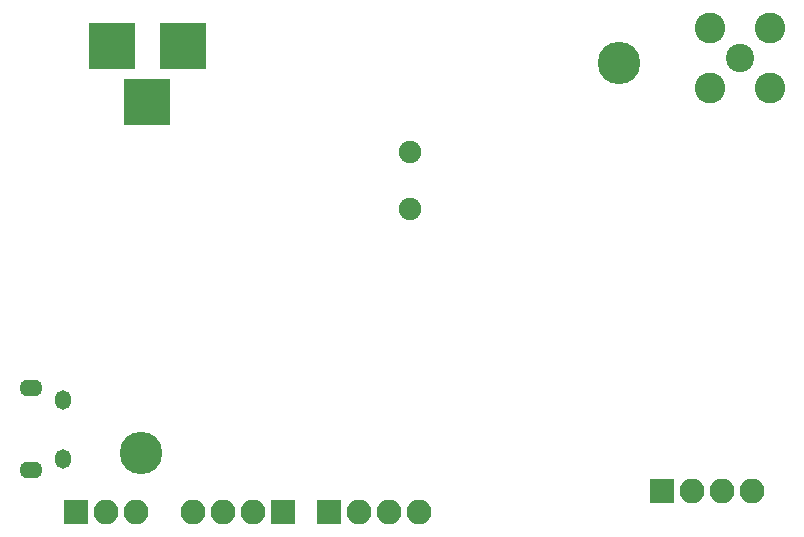
<source format=gbs>
G04 #@! TF.GenerationSoftware,KiCad,Pcbnew,(5.1.2)-2*
G04 #@! TF.CreationDate,2019-12-02T09:08:39+11:00*
G04 #@! TF.ProjectId,BoSL_GSP_Micro,426f534c-5f47-4535-905f-4d6963726f2e,0.3 G_*
G04 #@! TF.SameCoordinates,Original*
G04 #@! TF.FileFunction,Soldermask,Bot*
G04 #@! TF.FilePolarity,Negative*
%FSLAX46Y46*%
G04 Gerber Fmt 4.6, Leading zero omitted, Abs format (unit mm)*
G04 Created by KiCad (PCBNEW (5.1.2)-2) date 2019-12-02 09:08:39*
%MOMM*%
%LPD*%
G04 APERTURE LIST*
%ADD10C,1.900000*%
%ADD11C,2.600000*%
%ADD12C,2.400000*%
%ADD13R,3.900000X3.900000*%
%ADD14R,2.100000X2.100000*%
%ADD15O,2.100000X2.100000*%
%ADD16O,1.350000X1.650000*%
%ADD17O,1.950000X1.400000*%
%ADD18C,3.600000*%
G04 APERTURE END LIST*
D10*
X148750000Y-77520000D03*
X148750000Y-82400000D03*
D11*
X174150000Y-67060000D03*
X179230000Y-67060000D03*
X179230000Y-72140000D03*
X174150000Y-72140000D03*
D12*
X176690000Y-69600000D03*
D13*
X129540000Y-68580000D03*
X123540000Y-68580000D03*
X126540000Y-73280000D03*
D14*
X138000000Y-108000000D03*
D15*
X135460000Y-108000000D03*
X132920000Y-108000000D03*
X130380000Y-108000000D03*
D14*
X141920000Y-108000000D03*
D15*
X144460000Y-108000000D03*
X147000000Y-108000000D03*
X149540000Y-108000000D03*
D14*
X170130000Y-106250000D03*
D15*
X172670000Y-106250000D03*
X175210000Y-106250000D03*
X177750000Y-106250000D03*
D16*
X119350000Y-98500000D03*
X119350000Y-103500000D03*
D17*
X116650000Y-97500000D03*
X116650000Y-104500000D03*
D18*
X126000000Y-103000000D03*
X166500000Y-70000000D03*
D15*
X125540000Y-108000000D03*
X123000000Y-108000000D03*
D14*
X120460000Y-108000000D03*
M02*

</source>
